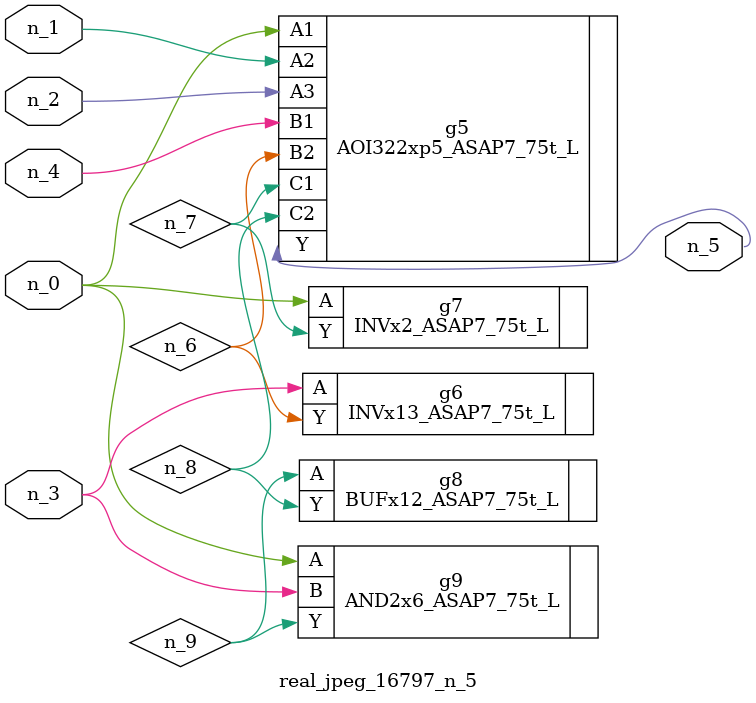
<source format=v>
module real_jpeg_16797_n_5 (n_4, n_0, n_1, n_2, n_3, n_5);

input n_4;
input n_0;
input n_1;
input n_2;
input n_3;

output n_5;

wire n_8;
wire n_6;
wire n_7;
wire n_9;

AOI322xp5_ASAP7_75t_L g5 ( 
.A1(n_0),
.A2(n_1),
.A3(n_2),
.B1(n_4),
.B2(n_6),
.C1(n_7),
.C2(n_8),
.Y(n_5)
);

INVx2_ASAP7_75t_L g7 ( 
.A(n_0),
.Y(n_7)
);

AND2x6_ASAP7_75t_L g9 ( 
.A(n_0),
.B(n_3),
.Y(n_9)
);

INVx13_ASAP7_75t_L g6 ( 
.A(n_3),
.Y(n_6)
);

BUFx12_ASAP7_75t_L g8 ( 
.A(n_9),
.Y(n_8)
);


endmodule
</source>
